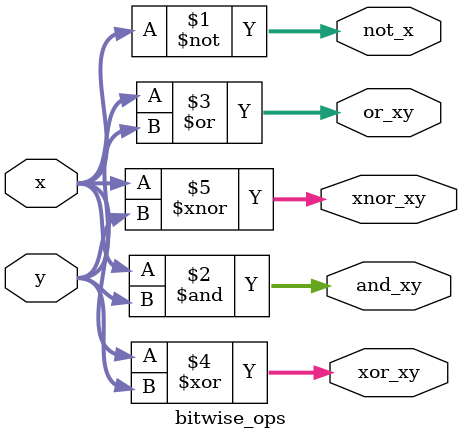
<source format=v>
module bitwise_ops (
	input  [3:0] x,
	input  [3:0] y,
	output [3:0] not_x,
	output [3:0] and_xy,
	output [3:0] or_xy,
	output [3:0] xor_xy,
	output [3:0] xnor_xy
);


  assign not_x  = ~x;
  assign and_xy = x & y;
  assign or_xy  = x | y;
  assign xor_xy = x ^ y;
  assign xnor_xy = x ^~ y; 

endmodule




</source>
